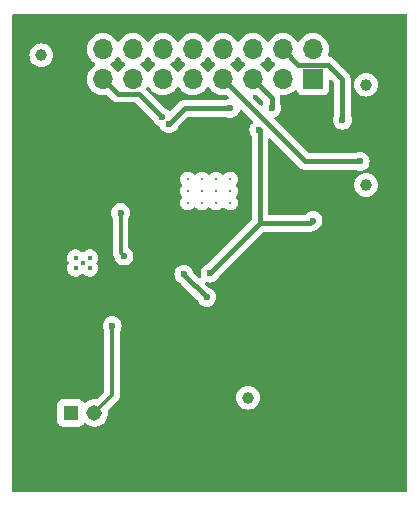
<source format=gbr>
%TF.GenerationSoftware,KiCad,Pcbnew,8.0.0*%
%TF.CreationDate,2024-03-24T23:23:49+02:00*%
%TF.ProjectId,Powersubsytem_GWNFRA001,506f7765-7273-4756-9273-7974656d5f47,rev?*%
%TF.SameCoordinates,Original*%
%TF.FileFunction,Copper,L2,Bot*%
%TF.FilePolarity,Positive*%
%FSLAX46Y46*%
G04 Gerber Fmt 4.6, Leading zero omitted, Abs format (unit mm)*
G04 Created by KiCad (PCBNEW 8.0.0) date 2024-03-24 23:23:49*
%MOMM*%
%LPD*%
G01*
G04 APERTURE LIST*
%TA.AperFunction,ComponentPad*%
%ADD10C,1.000000*%
%TD*%
%TA.AperFunction,ComponentPad*%
%ADD11C,0.400000*%
%TD*%
%TA.AperFunction,ComponentPad*%
%ADD12C,1.308000*%
%TD*%
%TA.AperFunction,ComponentPad*%
%ADD13R,1.308000X1.308000*%
%TD*%
%TA.AperFunction,ComponentPad*%
%ADD14C,0.300000*%
%TD*%
%TA.AperFunction,ComponentPad*%
%ADD15O,1.700000X1.700000*%
%TD*%
%TA.AperFunction,ComponentPad*%
%ADD16R,1.700000X1.700000*%
%TD*%
%TA.AperFunction,ViaPad*%
%ADD17C,0.600000*%
%TD*%
%TA.AperFunction,Conductor*%
%ADD18C,0.400000*%
%TD*%
%TA.AperFunction,Conductor*%
%ADD19C,0.300000*%
%TD*%
G04 APERTURE END LIST*
D10*
%TO.P,TP4,1,1*%
%TO.N,POSITIVE*%
X145500000Y-56000000D03*
%TD*%
%TO.P,TP3,1,1*%
%TO.N,5V*%
X128000000Y-27000000D03*
%TD*%
%TO.P,TP2,1,1*%
%TO.N,BATT_ADC*%
X155500000Y-29500000D03*
%TD*%
%TO.P,TP1,1,1*%
%TO.N,BATT*%
X155500000Y-38000000D03*
%TD*%
D11*
%TO.P,U2,16*%
%TO.N,N/C*%
X130900000Y-45050000D03*
%TO.P,U2,15*%
X130900000Y-44150000D03*
%TO.P,U2,14*%
X131500000Y-44600000D03*
%TO.P,U2,13*%
X132100000Y-45050000D03*
%TO.P,U2,12*%
X132100000Y-44150000D03*
%TD*%
D12*
%TO.P,J2,2,2*%
%TO.N,POSITIVE*%
X132500000Y-57287500D03*
D13*
%TO.P,J2,1,1*%
%TO.N,GND*%
X130500000Y-57287500D03*
%TD*%
D14*
%TO.P,U3,29*%
%TO.N,N/C*%
X140400000Y-39500000D03*
%TO.P,U3,28*%
X140400000Y-38500000D03*
%TO.P,U3,27*%
X140400000Y-37500000D03*
%TO.P,U3,26*%
X141600000Y-39500000D03*
%TO.P,U3,25*%
X141600000Y-38500000D03*
%TO.P,U3,24*%
X141600000Y-37500000D03*
%TO.P,U3,23*%
X142800000Y-39500000D03*
%TO.P,U3,22*%
X142800000Y-38500000D03*
%TO.P,U3,21*%
X142800000Y-37500000D03*
%TO.P,U3,20*%
X144000000Y-39500000D03*
%TO.P,U3,19*%
X144000000Y-38500000D03*
%TO.P,U3,18*%
X144000000Y-37500000D03*
%TD*%
D15*
%TO.P,J3,16,Pin_16*%
%TO.N,PWM4*%
X133220000Y-26500000D03*
%TO.P,J3,15,Pin_15*%
%TO.N,Motor1_B*%
X133220000Y-29040000D03*
%TO.P,J3,14,Pin_14*%
%TO.N,PWM3*%
X135760000Y-26500000D03*
%TO.P,J3,13,Pin_13*%
%TO.N,Motor1_A*%
X135760000Y-29040000D03*
%TO.P,J3,12,Pin_12*%
%TO.N,5V*%
X138300000Y-26500000D03*
%TO.P,J3,11,Pin_11*%
X138300000Y-29040000D03*
%TO.P,J3,10,Pin_10*%
%TO.N,BATT_ADC*%
X140840000Y-26500000D03*
%TO.P,J3,9,Pin_9*%
%TO.N,RESV*%
X140840000Y-29040000D03*
%TO.P,J3,8,Pin_8*%
%TO.N,BATT*%
X143380000Y-26500000D03*
%TO.P,J3,7,Pin_7*%
X143380000Y-29040000D03*
%TO.P,J3,6,Pin_6*%
%TO.N,GND*%
X145920000Y-26500000D03*
%TO.P,J3,5,Pin_5*%
X145920000Y-29040000D03*
%TO.P,J3,4,Pin_4*%
%TO.N,PWM2*%
X148460000Y-26500000D03*
%TO.P,J3,3,Pin_3*%
%TO.N,Motor2_B*%
X148460000Y-29040000D03*
%TO.P,J3,2,Pin_2*%
%TO.N,PWM1*%
X151000000Y-26500000D03*
D16*
%TO.P,J3,1,Pin_1*%
%TO.N,Motor2_A*%
X151000000Y-29040000D03*
%TD*%
D17*
%TO.N,GND*%
X134707680Y-40340000D03*
X151000000Y-41000000D03*
X135000000Y-44000000D03*
X147500000Y-31500000D03*
X146431142Y-33300000D03*
X142287482Y-45460922D03*
X144000000Y-31500000D03*
X138810662Y-32820712D03*
%TO.N,BATT*%
X140075000Y-45557483D03*
X142000000Y-47500000D03*
X155000000Y-36000000D03*
%TO.N,Motor1_B*%
X138244975Y-32255025D03*
%TO.N,PWM2*%
X153500000Y-32500000D03*
%TO.N,POSITIVE*%
X134000000Y-49900000D03*
%TD*%
D18*
%TO.N,GND*%
X146500000Y-33368858D02*
X146431142Y-33300000D01*
X142287482Y-45460922D02*
X146500000Y-41248404D01*
X150751596Y-41248404D02*
X151000000Y-41000000D01*
X147500000Y-30620000D02*
X145920000Y-29040000D01*
D19*
X134707680Y-40340000D02*
X134707680Y-43707680D01*
D18*
X146500000Y-41248404D02*
X150751596Y-41248404D01*
X147500000Y-31500000D02*
X147500000Y-30620000D01*
X138810662Y-32820712D02*
X140131374Y-31500000D01*
X140131374Y-31500000D02*
X144000000Y-31500000D01*
X146500000Y-41248404D02*
X146500000Y-33368858D01*
D19*
X134707680Y-43707680D02*
X135000000Y-44000000D01*
D18*
%TO.N,BATT*%
X140075000Y-45557483D02*
X140075000Y-45575000D01*
X150340000Y-36000000D02*
X143380000Y-29040000D01*
X150500000Y-36000000D02*
X150340000Y-36000000D01*
X155000000Y-36000000D02*
X150500000Y-36000000D01*
X140075000Y-45575000D02*
X142000000Y-47500000D01*
%TO.N,Motor1_B*%
X134470000Y-30290000D02*
X133220000Y-29040000D01*
X138244975Y-32255025D02*
X136279950Y-30290000D01*
X136279950Y-30290000D02*
X134470000Y-30290000D01*
%TO.N,PWM2*%
X153500000Y-32500000D02*
X153500000Y-29040000D01*
X153500000Y-29040000D02*
X152250000Y-27790000D01*
X152250000Y-27790000D02*
X149750000Y-27790000D01*
X149750000Y-27790000D02*
X148460000Y-26500000D01*
D19*
%TO.N,POSITIVE*%
X134000000Y-49900000D02*
X134000000Y-55787500D01*
X134000000Y-55787500D02*
X132500000Y-57287500D01*
%TD*%
%TA.AperFunction,NonConductor*%
G36*
X158942539Y-23520185D02*
G01*
X158988294Y-23572989D01*
X158999500Y-23624500D01*
X158999500Y-63875500D01*
X158979815Y-63942539D01*
X158927011Y-63988294D01*
X158875500Y-63999500D01*
X125624500Y-63999500D01*
X125557461Y-63979815D01*
X125511706Y-63927011D01*
X125500500Y-63875500D01*
X125500500Y-57989370D01*
X129345500Y-57989370D01*
X129345501Y-57989376D01*
X129351908Y-58048983D01*
X129402202Y-58183828D01*
X129402206Y-58183835D01*
X129488452Y-58299044D01*
X129488455Y-58299047D01*
X129603664Y-58385293D01*
X129603671Y-58385297D01*
X129738517Y-58435591D01*
X129738516Y-58435591D01*
X129745444Y-58436335D01*
X129798127Y-58442000D01*
X131201872Y-58441999D01*
X131261483Y-58435591D01*
X131396331Y-58385296D01*
X131511546Y-58299046D01*
X131585605Y-58200115D01*
X131641536Y-58158247D01*
X131711227Y-58153263D01*
X131768403Y-58182789D01*
X131801278Y-58212758D01*
X131801283Y-58212761D01*
X131801286Y-58212763D01*
X131983186Y-58325391D01*
X131983187Y-58325391D01*
X131983190Y-58325393D01*
X132182703Y-58402685D01*
X132393020Y-58442000D01*
X132393022Y-58442000D01*
X132606978Y-58442000D01*
X132606980Y-58442000D01*
X132817297Y-58402685D01*
X133016810Y-58325393D01*
X133198722Y-58212758D01*
X133356841Y-58068614D01*
X133485781Y-57897870D01*
X133581151Y-57706340D01*
X133581151Y-57706337D01*
X133581153Y-57706335D01*
X133639703Y-57500550D01*
X133639704Y-57500547D01*
X133659446Y-57287500D01*
X133659446Y-57287499D01*
X133644506Y-57126271D01*
X133657921Y-57057702D01*
X133680296Y-57027149D01*
X134505271Y-56202175D01*
X134505271Y-56202174D01*
X134505276Y-56202170D01*
X134551493Y-56133001D01*
X134576464Y-56095629D01*
X134576465Y-56095627D01*
X134616075Y-56000000D01*
X144494659Y-56000000D01*
X144513975Y-56196129D01*
X144513976Y-56196132D01*
X144564363Y-56362236D01*
X144571188Y-56384733D01*
X144664086Y-56558532D01*
X144664090Y-56558539D01*
X144789116Y-56710883D01*
X144941460Y-56835909D01*
X144941467Y-56835913D01*
X145115266Y-56928811D01*
X145115269Y-56928811D01*
X145115273Y-56928814D01*
X145303868Y-56986024D01*
X145500000Y-57005341D01*
X145696132Y-56986024D01*
X145884727Y-56928814D01*
X146058538Y-56835910D01*
X146210883Y-56710883D01*
X146335910Y-56558538D01*
X146425371Y-56391169D01*
X146428811Y-56384733D01*
X146428811Y-56384732D01*
X146428814Y-56384727D01*
X146486024Y-56196132D01*
X146505341Y-56000000D01*
X146486024Y-55803868D01*
X146428814Y-55615273D01*
X146428811Y-55615269D01*
X146428811Y-55615266D01*
X146335913Y-55441467D01*
X146335909Y-55441460D01*
X146210883Y-55289116D01*
X146058539Y-55164090D01*
X146058532Y-55164086D01*
X145884733Y-55071188D01*
X145884727Y-55071186D01*
X145696132Y-55013976D01*
X145696129Y-55013975D01*
X145500000Y-54994659D01*
X145303870Y-55013975D01*
X145115266Y-55071188D01*
X144941467Y-55164086D01*
X144941460Y-55164090D01*
X144789116Y-55289116D01*
X144664090Y-55441460D01*
X144664086Y-55441467D01*
X144571188Y-55615266D01*
X144513975Y-55803870D01*
X144494659Y-56000000D01*
X134616075Y-56000000D01*
X134625501Y-55977244D01*
X134635678Y-55926082D01*
X134650500Y-55851569D01*
X134650500Y-50405067D01*
X134669507Y-50339094D01*
X134725788Y-50249524D01*
X134785368Y-50079254D01*
X134785369Y-50079249D01*
X134805565Y-49900003D01*
X134805565Y-49899996D01*
X134785369Y-49720750D01*
X134785368Y-49720745D01*
X134725788Y-49550476D01*
X134629815Y-49397737D01*
X134502262Y-49270184D01*
X134349523Y-49174211D01*
X134179254Y-49114631D01*
X134179249Y-49114630D01*
X134000004Y-49094435D01*
X133999996Y-49094435D01*
X133820750Y-49114630D01*
X133820745Y-49114631D01*
X133650476Y-49174211D01*
X133497737Y-49270184D01*
X133370184Y-49397737D01*
X133274211Y-49550476D01*
X133214631Y-49720745D01*
X133214630Y-49720750D01*
X133194435Y-49899996D01*
X133194435Y-49900003D01*
X133214630Y-50079249D01*
X133214631Y-50079254D01*
X133274211Y-50249524D01*
X133330493Y-50339094D01*
X133349500Y-50405067D01*
X133349500Y-55466691D01*
X133329815Y-55533730D01*
X133313181Y-55554372D01*
X132760679Y-56106873D01*
X132699356Y-56140358D01*
X132650216Y-56141081D01*
X132606983Y-56133000D01*
X132606980Y-56133000D01*
X132393020Y-56133000D01*
X132182703Y-56172315D01*
X132105644Y-56202168D01*
X131983192Y-56249606D01*
X131983186Y-56249608D01*
X131801286Y-56362236D01*
X131801277Y-56362243D01*
X131768405Y-56392209D01*
X131705601Y-56422825D01*
X131636214Y-56414625D01*
X131585603Y-56374882D01*
X131511546Y-56275954D01*
X131488709Y-56258858D01*
X131396335Y-56189706D01*
X131396328Y-56189702D01*
X131261482Y-56139408D01*
X131261483Y-56139408D01*
X131201883Y-56133001D01*
X131201881Y-56133000D01*
X131201873Y-56133000D01*
X131201864Y-56133000D01*
X129798129Y-56133000D01*
X129798123Y-56133001D01*
X129738516Y-56139408D01*
X129603671Y-56189702D01*
X129603664Y-56189706D01*
X129488455Y-56275952D01*
X129488452Y-56275955D01*
X129402206Y-56391164D01*
X129402202Y-56391171D01*
X129351908Y-56526017D01*
X129345501Y-56585616D01*
X129345500Y-56585635D01*
X129345500Y-57989370D01*
X125500500Y-57989370D01*
X125500500Y-45050000D01*
X130194355Y-45050000D01*
X130214859Y-45218869D01*
X130214860Y-45218874D01*
X130275182Y-45377931D01*
X130299999Y-45413884D01*
X130371817Y-45517929D01*
X130477505Y-45611560D01*
X130499150Y-45630736D01*
X130593442Y-45680224D01*
X130649775Y-45709790D01*
X130814944Y-45750500D01*
X130985056Y-45750500D01*
X131150225Y-45709790D01*
X131300852Y-45630734D01*
X131417774Y-45527150D01*
X131481006Y-45497429D01*
X131550269Y-45506613D01*
X131582225Y-45527149D01*
X131616468Y-45557486D01*
X131699147Y-45630733D01*
X131699149Y-45630735D01*
X131755309Y-45660210D01*
X131849775Y-45709790D01*
X132014944Y-45750500D01*
X132185056Y-45750500D01*
X132350225Y-45709790D01*
X132444691Y-45660210D01*
X132500849Y-45630736D01*
X132500850Y-45630734D01*
X132500852Y-45630734D01*
X132628183Y-45517929D01*
X132724818Y-45377930D01*
X132785140Y-45218872D01*
X132805645Y-45050000D01*
X132785140Y-44881128D01*
X132724818Y-44722070D01*
X132724816Y-44722068D01*
X132724816Y-44722066D01*
X132724815Y-44722065D01*
X132689181Y-44670441D01*
X132667297Y-44604087D01*
X132684762Y-44536435D01*
X132689181Y-44529559D01*
X132724815Y-44477934D01*
X132724816Y-44477933D01*
X132724817Y-44477931D01*
X132724818Y-44477930D01*
X132785140Y-44318872D01*
X132805645Y-44150000D01*
X132785140Y-43981128D01*
X132724818Y-43822070D01*
X132723903Y-43820745D01*
X132690084Y-43771749D01*
X132628183Y-43682071D01*
X132500852Y-43569266D01*
X132500849Y-43569263D01*
X132350226Y-43490210D01*
X132185056Y-43449500D01*
X132014944Y-43449500D01*
X131849773Y-43490210D01*
X131699150Y-43569263D01*
X131582227Y-43672849D01*
X131518994Y-43702570D01*
X131449730Y-43693386D01*
X131417773Y-43672849D01*
X131392521Y-43650478D01*
X131300852Y-43569266D01*
X131300849Y-43569263D01*
X131150226Y-43490210D01*
X130985056Y-43449500D01*
X130814944Y-43449500D01*
X130649773Y-43490210D01*
X130499150Y-43569263D01*
X130371816Y-43682072D01*
X130275182Y-43822068D01*
X130214860Y-43981125D01*
X130214859Y-43981130D01*
X130194355Y-44150000D01*
X130214859Y-44318869D01*
X130214860Y-44318874D01*
X130275182Y-44477931D01*
X130275185Y-44477936D01*
X130310819Y-44529561D01*
X130332702Y-44595915D01*
X130315236Y-44663567D01*
X130310819Y-44670439D01*
X130275185Y-44722063D01*
X130275182Y-44722068D01*
X130214860Y-44881125D01*
X130214859Y-44881130D01*
X130194355Y-45050000D01*
X125500500Y-45050000D01*
X125500500Y-40340003D01*
X133902115Y-40340003D01*
X133922310Y-40519249D01*
X133922311Y-40519254D01*
X133981891Y-40689524D01*
X134038173Y-40779094D01*
X134057180Y-40845067D01*
X134057180Y-43771749D01*
X134057180Y-43771751D01*
X134057179Y-43771751D01*
X134082177Y-43897418D01*
X134082179Y-43897424D01*
X134131214Y-44015806D01*
X134131215Y-44015807D01*
X134192657Y-44107763D01*
X134212774Y-44162765D01*
X134214631Y-44179252D01*
X134214632Y-44179255D01*
X134274210Y-44349521D01*
X134354895Y-44477930D01*
X134370184Y-44502262D01*
X134497738Y-44629816D01*
X134650478Y-44725789D01*
X134782867Y-44772114D01*
X134820745Y-44785368D01*
X134820750Y-44785369D01*
X134999996Y-44805565D01*
X135000000Y-44805565D01*
X135000004Y-44805565D01*
X135179249Y-44785369D01*
X135179252Y-44785368D01*
X135179255Y-44785368D01*
X135349522Y-44725789D01*
X135502262Y-44629816D01*
X135629816Y-44502262D01*
X135725789Y-44349522D01*
X135785368Y-44179255D01*
X135787226Y-44162765D01*
X135805565Y-44000003D01*
X135805565Y-43999996D01*
X135785369Y-43820750D01*
X135785368Y-43820745D01*
X135768224Y-43771751D01*
X135725789Y-43650478D01*
X135629816Y-43497738D01*
X135502262Y-43370184D01*
X135502260Y-43370182D01*
X135416207Y-43316111D01*
X135369917Y-43263776D01*
X135358180Y-43211118D01*
X135358180Y-40845067D01*
X135377187Y-40779094D01*
X135433468Y-40689524D01*
X135447131Y-40650478D01*
X135493048Y-40519255D01*
X135493049Y-40519249D01*
X135513245Y-40340003D01*
X135513245Y-40339996D01*
X135493049Y-40160750D01*
X135493048Y-40160745D01*
X135450547Y-40039284D01*
X135433469Y-39990478D01*
X135337496Y-39837738D01*
X135209942Y-39710184D01*
X135125011Y-39656818D01*
X135057203Y-39614211D01*
X134886934Y-39554631D01*
X134886929Y-39554630D01*
X134707684Y-39534435D01*
X134707676Y-39534435D01*
X134528430Y-39554630D01*
X134528425Y-39554631D01*
X134358156Y-39614211D01*
X134205417Y-39710184D01*
X134077864Y-39837737D01*
X133981891Y-39990476D01*
X133922311Y-40160745D01*
X133922310Y-40160750D01*
X133902115Y-40339996D01*
X133902115Y-40340003D01*
X125500500Y-40340003D01*
X125500500Y-39500000D01*
X139744722Y-39500000D01*
X139763762Y-39656818D01*
X139800000Y-39752367D01*
X139819780Y-39804523D01*
X139909517Y-39934530D01*
X140027760Y-40039283D01*
X140027762Y-40039284D01*
X140167634Y-40112696D01*
X140321014Y-40150500D01*
X140321015Y-40150500D01*
X140478985Y-40150500D01*
X140632365Y-40112696D01*
X140772240Y-40039283D01*
X140890483Y-39934530D01*
X140897950Y-39923711D01*
X140952233Y-39879722D01*
X141021681Y-39872062D01*
X141084246Y-39903165D01*
X141102049Y-39923711D01*
X141109517Y-39934530D01*
X141227760Y-40039283D01*
X141227762Y-40039284D01*
X141367634Y-40112696D01*
X141521014Y-40150500D01*
X141521015Y-40150500D01*
X141678985Y-40150500D01*
X141832365Y-40112696D01*
X141972240Y-40039283D01*
X142090483Y-39934530D01*
X142097950Y-39923711D01*
X142152233Y-39879722D01*
X142221681Y-39872062D01*
X142284246Y-39903165D01*
X142302049Y-39923711D01*
X142309517Y-39934530D01*
X142427760Y-40039283D01*
X142427762Y-40039284D01*
X142567634Y-40112696D01*
X142721014Y-40150500D01*
X142721015Y-40150500D01*
X142878985Y-40150500D01*
X143032365Y-40112696D01*
X143172240Y-40039283D01*
X143290483Y-39934530D01*
X143297950Y-39923711D01*
X143352233Y-39879722D01*
X143421681Y-39872062D01*
X143484246Y-39903165D01*
X143502049Y-39923711D01*
X143509517Y-39934530D01*
X143627760Y-40039283D01*
X143627762Y-40039284D01*
X143767634Y-40112696D01*
X143921014Y-40150500D01*
X143921015Y-40150500D01*
X144078985Y-40150500D01*
X144232365Y-40112696D01*
X144372240Y-40039283D01*
X144490483Y-39934530D01*
X144580220Y-39804523D01*
X144636237Y-39656818D01*
X144655278Y-39500000D01*
X144636237Y-39343182D01*
X144580220Y-39195477D01*
X144493912Y-39070438D01*
X144472030Y-39004086D01*
X144489495Y-38936434D01*
X144493905Y-38929571D01*
X144580220Y-38804523D01*
X144636237Y-38656818D01*
X144655278Y-38500000D01*
X144641282Y-38384727D01*
X144636237Y-38343181D01*
X144614992Y-38287164D01*
X144580220Y-38195477D01*
X144493912Y-38070438D01*
X144472030Y-38004086D01*
X144489495Y-37936434D01*
X144493905Y-37929571D01*
X144580220Y-37804523D01*
X144636237Y-37656818D01*
X144655278Y-37500000D01*
X144636237Y-37343182D01*
X144580220Y-37195477D01*
X144490483Y-37065470D01*
X144372240Y-36960717D01*
X144372238Y-36960716D01*
X144372237Y-36960715D01*
X144232365Y-36887303D01*
X144078986Y-36849500D01*
X144078985Y-36849500D01*
X143921015Y-36849500D01*
X143921014Y-36849500D01*
X143767634Y-36887303D01*
X143627762Y-36960715D01*
X143509515Y-37065471D01*
X143502048Y-37076290D01*
X143447764Y-37120279D01*
X143378315Y-37127936D01*
X143315751Y-37096831D01*
X143297952Y-37076290D01*
X143290484Y-37065471D01*
X143290483Y-37065470D01*
X143172240Y-36960717D01*
X143172238Y-36960716D01*
X143172237Y-36960715D01*
X143032365Y-36887303D01*
X142878986Y-36849500D01*
X142878985Y-36849500D01*
X142721015Y-36849500D01*
X142721014Y-36849500D01*
X142567634Y-36887303D01*
X142427762Y-36960715D01*
X142309515Y-37065471D01*
X142302048Y-37076290D01*
X142247764Y-37120279D01*
X142178315Y-37127936D01*
X142115751Y-37096831D01*
X142097952Y-37076290D01*
X142090484Y-37065471D01*
X142090483Y-37065470D01*
X141972240Y-36960717D01*
X141972238Y-36960716D01*
X141972237Y-36960715D01*
X141832365Y-36887303D01*
X141678986Y-36849500D01*
X141678985Y-36849500D01*
X141521015Y-36849500D01*
X141521014Y-36849500D01*
X141367634Y-36887303D01*
X141227762Y-36960715D01*
X141109515Y-37065471D01*
X141102048Y-37076290D01*
X141047764Y-37120279D01*
X140978315Y-37127936D01*
X140915751Y-37096831D01*
X140897952Y-37076290D01*
X140890484Y-37065471D01*
X140890483Y-37065470D01*
X140772240Y-36960717D01*
X140772238Y-36960716D01*
X140772237Y-36960715D01*
X140632365Y-36887303D01*
X140478986Y-36849500D01*
X140478985Y-36849500D01*
X140321015Y-36849500D01*
X140321014Y-36849500D01*
X140167634Y-36887303D01*
X140027762Y-36960715D01*
X139909516Y-37065471D01*
X139819781Y-37195475D01*
X139819780Y-37195476D01*
X139763762Y-37343181D01*
X139744722Y-37499999D01*
X139744722Y-37500000D01*
X139763762Y-37656818D01*
X139819780Y-37804523D01*
X139819781Y-37804524D01*
X139906086Y-37929560D01*
X139927969Y-37995915D01*
X139910503Y-38063566D01*
X139906086Y-38070440D01*
X139819781Y-38195475D01*
X139819780Y-38195476D01*
X139763762Y-38343181D01*
X139744722Y-38499999D01*
X139744722Y-38500000D01*
X139763762Y-38656818D01*
X139819780Y-38804523D01*
X139819781Y-38804524D01*
X139906086Y-38929560D01*
X139927969Y-38995915D01*
X139910503Y-39063566D01*
X139906086Y-39070440D01*
X139819781Y-39195475D01*
X139819780Y-39195476D01*
X139763762Y-39343181D01*
X139744722Y-39499999D01*
X139744722Y-39500000D01*
X125500500Y-39500000D01*
X125500500Y-29040000D01*
X131864341Y-29040000D01*
X131884936Y-29275403D01*
X131884938Y-29275413D01*
X131946094Y-29503655D01*
X131946096Y-29503659D01*
X131946097Y-29503663D01*
X131950000Y-29512032D01*
X132045965Y-29717830D01*
X132045967Y-29717834D01*
X132102771Y-29798958D01*
X132181505Y-29911401D01*
X132348599Y-30078495D01*
X132445384Y-30146265D01*
X132542165Y-30214032D01*
X132542167Y-30214033D01*
X132542170Y-30214035D01*
X132756337Y-30313903D01*
X132984592Y-30375063D01*
X133161034Y-30390500D01*
X133219999Y-30395659D01*
X133220000Y-30395659D01*
X133220001Y-30395659D01*
X133278966Y-30390500D01*
X133455408Y-30375063D01*
X133472216Y-30370559D01*
X133542064Y-30372218D01*
X133591994Y-30402651D01*
X134023453Y-30834111D01*
X134023454Y-30834112D01*
X134138192Y-30910777D01*
X134260694Y-30961518D01*
X134265672Y-30963580D01*
X134265676Y-30963580D01*
X134265677Y-30963581D01*
X134401003Y-30990500D01*
X134401006Y-30990500D01*
X134401007Y-30990500D01*
X135938431Y-30990500D01*
X136005470Y-31010185D01*
X136026112Y-31026819D01*
X137453605Y-32454312D01*
X137482965Y-32501038D01*
X137519184Y-32604544D01*
X137566124Y-32679249D01*
X137615159Y-32757287D01*
X137742713Y-32884841D01*
X137847174Y-32950478D01*
X137895453Y-32980814D01*
X137979407Y-33010191D01*
X138036184Y-33050913D01*
X138055494Y-33086277D01*
X138084873Y-33170235D01*
X138084874Y-33170236D01*
X138157217Y-33285369D01*
X138180846Y-33322974D01*
X138308400Y-33450528D01*
X138461140Y-33546501D01*
X138631407Y-33606080D01*
X138631412Y-33606081D01*
X138810658Y-33626277D01*
X138810662Y-33626277D01*
X138810666Y-33626277D01*
X138989911Y-33606081D01*
X138989914Y-33606080D01*
X138989917Y-33606080D01*
X139160184Y-33546501D01*
X139312924Y-33450528D01*
X139440478Y-33322974D01*
X139536451Y-33170234D01*
X139572669Y-33066725D01*
X139602027Y-33020002D01*
X140385212Y-32236819D01*
X140446535Y-32203334D01*
X140472893Y-32200500D01*
X143574506Y-32200500D01*
X143640477Y-32219506D01*
X143650474Y-32225787D01*
X143650475Y-32225787D01*
X143650478Y-32225789D01*
X143820745Y-32285368D01*
X143820750Y-32285369D01*
X143999996Y-32305565D01*
X144000000Y-32305565D01*
X144000004Y-32305565D01*
X144179249Y-32285369D01*
X144179252Y-32285368D01*
X144179255Y-32285368D01*
X144349522Y-32225789D01*
X144502262Y-32129816D01*
X144629816Y-32002262D01*
X144725789Y-31849522D01*
X144783238Y-31685341D01*
X144823959Y-31628567D01*
X144888911Y-31602819D01*
X144957473Y-31616275D01*
X144987959Y-31638615D01*
X145459573Y-32110230D01*
X145886522Y-32537179D01*
X145920007Y-32598502D01*
X145915023Y-32668194D01*
X145886523Y-32712541D01*
X145801325Y-32797739D01*
X145705353Y-32950476D01*
X145645773Y-33120745D01*
X145645772Y-33120750D01*
X145625577Y-33299996D01*
X145625577Y-33300003D01*
X145645772Y-33479249D01*
X145645773Y-33479254D01*
X145705353Y-33649524D01*
X145780493Y-33769106D01*
X145799500Y-33835079D01*
X145799500Y-40906884D01*
X145779815Y-40973923D01*
X145763181Y-40994565D01*
X142088191Y-44669554D01*
X142041466Y-44698914D01*
X141937958Y-44735133D01*
X141937957Y-44735134D01*
X141785219Y-44831106D01*
X141657666Y-44958659D01*
X141561693Y-45111398D01*
X141502113Y-45281667D01*
X141502112Y-45281672D01*
X141481917Y-45460918D01*
X141481917Y-45460925D01*
X141502112Y-45640171D01*
X141502114Y-45640179D01*
X141522525Y-45698510D01*
X141526086Y-45768289D01*
X141491357Y-45828916D01*
X141429364Y-45861143D01*
X141359788Y-45854737D01*
X141317802Y-45827145D01*
X140875796Y-45385139D01*
X140846435Y-45338412D01*
X140826579Y-45281667D01*
X140800789Y-45207961D01*
X140704816Y-45055221D01*
X140577262Y-44927667D01*
X140503191Y-44881125D01*
X140424523Y-44831694D01*
X140254254Y-44772114D01*
X140254249Y-44772113D01*
X140075004Y-44751918D01*
X140074996Y-44751918D01*
X139895750Y-44772113D01*
X139895745Y-44772114D01*
X139725476Y-44831694D01*
X139572737Y-44927667D01*
X139445184Y-45055220D01*
X139349211Y-45207959D01*
X139289631Y-45378228D01*
X139289630Y-45378233D01*
X139269435Y-45557479D01*
X139269435Y-45557486D01*
X139289630Y-45736732D01*
X139289631Y-45736737D01*
X139349211Y-45907006D01*
X139445184Y-46059745D01*
X139572738Y-46187299D01*
X139725478Y-46283272D01*
X139802039Y-46310061D01*
X139848765Y-46339422D01*
X141208630Y-47699287D01*
X141237990Y-47746013D01*
X141274209Y-47849519D01*
X141274211Y-47849522D01*
X141370184Y-48002262D01*
X141497738Y-48129816D01*
X141650478Y-48225789D01*
X141820745Y-48285368D01*
X141820750Y-48285369D01*
X141999996Y-48305565D01*
X142000000Y-48305565D01*
X142000004Y-48305565D01*
X142179249Y-48285369D01*
X142179252Y-48285368D01*
X142179255Y-48285368D01*
X142349522Y-48225789D01*
X142502262Y-48129816D01*
X142629816Y-48002262D01*
X142725789Y-47849522D01*
X142785368Y-47679255D01*
X142805565Y-47500000D01*
X142785368Y-47320745D01*
X142725789Y-47150478D01*
X142629816Y-46997738D01*
X142502262Y-46870184D01*
X142349522Y-46774211D01*
X142349519Y-46774209D01*
X142246013Y-46737990D01*
X142199287Y-46708630D01*
X141921258Y-46430601D01*
X141887773Y-46369278D01*
X141892757Y-46299586D01*
X141934629Y-46243653D01*
X142000093Y-46219236D01*
X142049894Y-46225879D01*
X142108219Y-46246288D01*
X142108225Y-46246289D01*
X142108227Y-46246290D01*
X142108228Y-46246290D01*
X142108232Y-46246291D01*
X142287478Y-46266487D01*
X142287482Y-46266487D01*
X142287486Y-46266487D01*
X142466731Y-46246291D01*
X142466734Y-46246290D01*
X142466737Y-46246290D01*
X142637004Y-46186711D01*
X142789744Y-46090738D01*
X142917298Y-45963184D01*
X143013271Y-45810444D01*
X143049489Y-45706935D01*
X143078847Y-45660212D01*
X146753838Y-41985223D01*
X146815161Y-41951738D01*
X146841519Y-41948904D01*
X150820592Y-41948904D01*
X150911636Y-41930793D01*
X150955924Y-41921984D01*
X151019665Y-41895581D01*
X151083403Y-41869181D01*
X151083404Y-41869180D01*
X151083407Y-41869179D01*
X151198139Y-41792518D01*
X151199283Y-41791373D01*
X151200349Y-41790703D01*
X151202843Y-41788657D01*
X151203102Y-41788973D01*
X151246016Y-41762006D01*
X151349522Y-41725789D01*
X151502262Y-41629816D01*
X151629816Y-41502262D01*
X151725789Y-41349522D01*
X151785368Y-41179255D01*
X151805565Y-41000000D01*
X151795073Y-40906884D01*
X151785369Y-40820750D01*
X151785368Y-40820745D01*
X151725788Y-40650476D01*
X151657224Y-40541358D01*
X151629816Y-40497738D01*
X151502262Y-40370184D01*
X151349523Y-40274211D01*
X151179254Y-40214631D01*
X151179249Y-40214630D01*
X151000004Y-40194435D01*
X150999996Y-40194435D01*
X150820750Y-40214630D01*
X150820745Y-40214631D01*
X150650476Y-40274211D01*
X150497737Y-40370184D01*
X150370185Y-40497736D01*
X150367409Y-40501218D01*
X150310221Y-40541358D01*
X150270463Y-40547904D01*
X147324500Y-40547904D01*
X147257461Y-40528219D01*
X147211706Y-40475415D01*
X147200500Y-40423904D01*
X147200500Y-38000000D01*
X154494659Y-38000000D01*
X154513975Y-38196129D01*
X154513976Y-38196132D01*
X154558583Y-38343182D01*
X154571188Y-38384733D01*
X154664086Y-38558532D01*
X154664090Y-38558539D01*
X154789116Y-38710883D01*
X154941460Y-38835909D01*
X154941467Y-38835913D01*
X155115266Y-38928811D01*
X155115269Y-38928811D01*
X155115273Y-38928814D01*
X155303868Y-38986024D01*
X155500000Y-39005341D01*
X155696132Y-38986024D01*
X155884727Y-38928814D01*
X156058538Y-38835910D01*
X156210883Y-38710883D01*
X156335910Y-38558538D01*
X156428814Y-38384727D01*
X156486024Y-38196132D01*
X156505341Y-38000000D01*
X156486024Y-37803868D01*
X156428814Y-37615273D01*
X156428811Y-37615269D01*
X156428811Y-37615266D01*
X156335913Y-37441467D01*
X156335909Y-37441460D01*
X156210883Y-37289116D01*
X156058539Y-37164090D01*
X156058532Y-37164086D01*
X155884733Y-37071188D01*
X155884727Y-37071186D01*
X155696132Y-37013976D01*
X155696129Y-37013975D01*
X155500000Y-36994659D01*
X155303870Y-37013975D01*
X155115266Y-37071188D01*
X154941467Y-37164086D01*
X154941460Y-37164090D01*
X154789116Y-37289116D01*
X154664090Y-37441460D01*
X154664086Y-37441467D01*
X154571188Y-37615266D01*
X154513975Y-37803870D01*
X154494659Y-38000000D01*
X147200500Y-38000000D01*
X147200500Y-34150518D01*
X147220185Y-34083479D01*
X147272989Y-34037724D01*
X147342147Y-34027780D01*
X147405703Y-34056805D01*
X147412181Y-34062837D01*
X149795886Y-36446542D01*
X149851606Y-36502262D01*
X149893459Y-36544115D01*
X150008182Y-36620771D01*
X150008189Y-36620775D01*
X150079951Y-36650499D01*
X150079953Y-36650501D01*
X150135666Y-36673578D01*
X150135671Y-36673580D01*
X150135680Y-36673581D01*
X150135681Y-36673582D01*
X150162545Y-36678925D01*
X150162551Y-36678926D01*
X150162591Y-36678934D01*
X150252937Y-36696905D01*
X150271006Y-36700500D01*
X150271007Y-36700500D01*
X150431007Y-36700500D01*
X154574506Y-36700500D01*
X154640477Y-36719506D01*
X154650474Y-36725787D01*
X154650475Y-36725787D01*
X154650478Y-36725789D01*
X154820745Y-36785368D01*
X154820750Y-36785369D01*
X154999996Y-36805565D01*
X155000000Y-36805565D01*
X155000004Y-36805565D01*
X155179249Y-36785369D01*
X155179252Y-36785368D01*
X155179255Y-36785368D01*
X155349522Y-36725789D01*
X155502262Y-36629816D01*
X155629816Y-36502262D01*
X155725789Y-36349522D01*
X155785368Y-36179255D01*
X155805565Y-36000000D01*
X155785368Y-35820745D01*
X155725789Y-35650478D01*
X155629816Y-35497738D01*
X155502262Y-35370184D01*
X155349523Y-35274211D01*
X155179254Y-35214631D01*
X155179249Y-35214630D01*
X155000004Y-35194435D01*
X154999996Y-35194435D01*
X154820750Y-35214630D01*
X154820745Y-35214631D01*
X154650474Y-35274212D01*
X154640477Y-35280494D01*
X154574506Y-35299500D01*
X150681518Y-35299500D01*
X150614479Y-35279815D01*
X150593837Y-35263181D01*
X147771959Y-32441302D01*
X147738474Y-32379979D01*
X147743458Y-32310287D01*
X147785330Y-32254354D01*
X147818686Y-32236579D01*
X147820110Y-32236080D01*
X147849522Y-32225789D01*
X148002262Y-32129816D01*
X148129816Y-32002262D01*
X148225789Y-31849522D01*
X148285368Y-31679255D01*
X148285369Y-31679249D01*
X148305565Y-31500003D01*
X148305565Y-31499996D01*
X148285369Y-31320750D01*
X148285366Y-31320737D01*
X148225790Y-31150479D01*
X148219506Y-31140478D01*
X148200500Y-31074507D01*
X148200500Y-30551007D01*
X148196705Y-30531929D01*
X148202931Y-30462339D01*
X148245793Y-30407161D01*
X148311682Y-30383915D01*
X148329128Y-30384208D01*
X148373191Y-30388064D01*
X148459999Y-30395659D01*
X148460000Y-30395659D01*
X148460001Y-30395659D01*
X148518966Y-30390500D01*
X148695408Y-30375063D01*
X148923663Y-30313903D01*
X149137830Y-30214035D01*
X149331401Y-30078495D01*
X149453329Y-29956566D01*
X149514648Y-29923084D01*
X149584340Y-29928068D01*
X149640274Y-29969939D01*
X149657189Y-30000917D01*
X149706202Y-30132328D01*
X149706206Y-30132335D01*
X149792452Y-30247544D01*
X149792455Y-30247547D01*
X149907664Y-30333793D01*
X149907671Y-30333797D01*
X150042517Y-30384091D01*
X150042516Y-30384091D01*
X150049444Y-30384835D01*
X150102127Y-30390500D01*
X151897872Y-30390499D01*
X151957483Y-30384091D01*
X152092331Y-30333796D01*
X152207546Y-30247546D01*
X152293796Y-30132331D01*
X152344091Y-29997483D01*
X152350500Y-29937873D01*
X152350499Y-29180517D01*
X152370183Y-29113479D01*
X152422987Y-29067724D01*
X152492146Y-29057780D01*
X152555702Y-29086805D01*
X152562180Y-29092837D01*
X152763181Y-29293838D01*
X152796666Y-29355161D01*
X152799500Y-29381519D01*
X152799500Y-32074507D01*
X152780494Y-32140478D01*
X152774209Y-32150479D01*
X152714633Y-32320737D01*
X152714630Y-32320750D01*
X152694435Y-32499996D01*
X152694435Y-32500003D01*
X152714630Y-32679249D01*
X152714631Y-32679254D01*
X152774211Y-32849523D01*
X152837646Y-32950478D01*
X152870184Y-33002262D01*
X152997738Y-33129816D01*
X153150478Y-33225789D01*
X153320745Y-33285368D01*
X153320750Y-33285369D01*
X153499996Y-33305565D01*
X153500000Y-33305565D01*
X153500004Y-33305565D01*
X153679249Y-33285369D01*
X153679252Y-33285368D01*
X153679255Y-33285368D01*
X153849522Y-33225789D01*
X154002262Y-33129816D01*
X154129816Y-33002262D01*
X154225789Y-32849522D01*
X154285368Y-32679255D01*
X154286390Y-32670184D01*
X154305565Y-32500003D01*
X154305565Y-32499996D01*
X154285369Y-32320750D01*
X154285366Y-32320737D01*
X154225790Y-32150479D01*
X154219506Y-32140478D01*
X154200500Y-32074507D01*
X154200500Y-29500000D01*
X154494659Y-29500000D01*
X154513975Y-29696129D01*
X154571188Y-29884733D01*
X154664086Y-30058532D01*
X154664090Y-30058539D01*
X154789116Y-30210883D01*
X154941460Y-30335909D01*
X154941467Y-30335913D01*
X155115266Y-30428811D01*
X155115269Y-30428811D01*
X155115273Y-30428814D01*
X155303868Y-30486024D01*
X155500000Y-30505341D01*
X155696132Y-30486024D01*
X155884727Y-30428814D01*
X155933675Y-30402651D01*
X155990609Y-30372219D01*
X156058538Y-30335910D01*
X156210883Y-30210883D01*
X156335910Y-30058538D01*
X156400412Y-29937864D01*
X156428811Y-29884733D01*
X156428811Y-29884732D01*
X156428814Y-29884727D01*
X156486024Y-29696132D01*
X156505341Y-29500000D01*
X156486024Y-29303868D01*
X156428814Y-29115273D01*
X156428811Y-29115269D01*
X156428811Y-29115266D01*
X156335913Y-28941467D01*
X156335909Y-28941460D01*
X156210883Y-28789116D01*
X156058539Y-28664090D01*
X156058532Y-28664086D01*
X155884733Y-28571188D01*
X155884727Y-28571186D01*
X155696132Y-28513976D01*
X155696129Y-28513975D01*
X155500000Y-28494659D01*
X155303870Y-28513975D01*
X155115266Y-28571188D01*
X154941467Y-28664086D01*
X154941460Y-28664090D01*
X154789116Y-28789116D01*
X154664090Y-28941460D01*
X154664086Y-28941467D01*
X154571188Y-29115266D01*
X154513975Y-29303870D01*
X154494659Y-29500000D01*
X154200500Y-29500000D01*
X154200500Y-28971007D01*
X154194622Y-28941459D01*
X154173580Y-28835672D01*
X154160708Y-28804596D01*
X154120777Y-28708192D01*
X154044112Y-28593454D01*
X152696545Y-27245887D01*
X152581807Y-27169222D01*
X152454332Y-27116421D01*
X152454322Y-27116418D01*
X152374021Y-27100445D01*
X152312110Y-27068060D01*
X152277536Y-27007344D01*
X152278437Y-26946738D01*
X152335063Y-26735408D01*
X152355659Y-26500000D01*
X152335063Y-26264592D01*
X152273903Y-26036337D01*
X152174035Y-25822171D01*
X152168425Y-25814158D01*
X152038494Y-25628597D01*
X151871402Y-25461506D01*
X151871395Y-25461501D01*
X151677834Y-25325967D01*
X151677830Y-25325965D01*
X151677828Y-25325964D01*
X151463663Y-25226097D01*
X151463659Y-25226096D01*
X151463655Y-25226094D01*
X151235413Y-25164938D01*
X151235403Y-25164936D01*
X151000001Y-25144341D01*
X150999999Y-25144341D01*
X150764596Y-25164936D01*
X150764586Y-25164938D01*
X150536344Y-25226094D01*
X150536335Y-25226098D01*
X150322171Y-25325964D01*
X150322169Y-25325965D01*
X150128597Y-25461505D01*
X149961505Y-25628597D01*
X149831575Y-25814158D01*
X149776998Y-25857783D01*
X149707500Y-25864977D01*
X149645145Y-25833454D01*
X149628425Y-25814158D01*
X149498494Y-25628597D01*
X149331402Y-25461506D01*
X149331395Y-25461501D01*
X149137834Y-25325967D01*
X149137830Y-25325965D01*
X149137828Y-25325964D01*
X148923663Y-25226097D01*
X148923659Y-25226096D01*
X148923655Y-25226094D01*
X148695413Y-25164938D01*
X148695403Y-25164936D01*
X148460001Y-25144341D01*
X148459999Y-25144341D01*
X148224596Y-25164936D01*
X148224586Y-25164938D01*
X147996344Y-25226094D01*
X147996335Y-25226098D01*
X147782171Y-25325964D01*
X147782169Y-25325965D01*
X147588597Y-25461505D01*
X147421505Y-25628597D01*
X147291575Y-25814158D01*
X147236998Y-25857783D01*
X147167500Y-25864977D01*
X147105145Y-25833454D01*
X147088425Y-25814158D01*
X146958494Y-25628597D01*
X146791402Y-25461506D01*
X146791395Y-25461501D01*
X146597834Y-25325967D01*
X146597830Y-25325965D01*
X146597828Y-25325964D01*
X146383663Y-25226097D01*
X146383659Y-25226096D01*
X146383655Y-25226094D01*
X146155413Y-25164938D01*
X146155403Y-25164936D01*
X145920001Y-25144341D01*
X145919999Y-25144341D01*
X145684596Y-25164936D01*
X145684586Y-25164938D01*
X145456344Y-25226094D01*
X145456335Y-25226098D01*
X145242171Y-25325964D01*
X145242169Y-25325965D01*
X145048597Y-25461505D01*
X144881505Y-25628597D01*
X144751575Y-25814158D01*
X144696998Y-25857783D01*
X144627500Y-25864977D01*
X144565145Y-25833454D01*
X144548425Y-25814158D01*
X144418494Y-25628597D01*
X144251402Y-25461506D01*
X144251395Y-25461501D01*
X144057834Y-25325967D01*
X144057830Y-25325965D01*
X144057828Y-25325964D01*
X143843663Y-25226097D01*
X143843659Y-25226096D01*
X143843655Y-25226094D01*
X143615413Y-25164938D01*
X143615403Y-25164936D01*
X143380001Y-25144341D01*
X143379999Y-25144341D01*
X143144596Y-25164936D01*
X143144586Y-25164938D01*
X142916344Y-25226094D01*
X142916335Y-25226098D01*
X142702171Y-25325964D01*
X142702169Y-25325965D01*
X142508597Y-25461505D01*
X142341505Y-25628597D01*
X142211575Y-25814158D01*
X142156998Y-25857783D01*
X142087500Y-25864977D01*
X142025145Y-25833454D01*
X142008425Y-25814158D01*
X141878494Y-25628597D01*
X141711402Y-25461506D01*
X141711395Y-25461501D01*
X141517834Y-25325967D01*
X141517830Y-25325965D01*
X141517828Y-25325964D01*
X141303663Y-25226097D01*
X141303659Y-25226096D01*
X141303655Y-25226094D01*
X141075413Y-25164938D01*
X141075403Y-25164936D01*
X140840001Y-25144341D01*
X140839999Y-25144341D01*
X140604596Y-25164936D01*
X140604586Y-25164938D01*
X140376344Y-25226094D01*
X140376335Y-25226098D01*
X140162171Y-25325964D01*
X140162169Y-25325965D01*
X139968597Y-25461505D01*
X139801505Y-25628597D01*
X139671575Y-25814158D01*
X139616998Y-25857783D01*
X139547500Y-25864977D01*
X139485145Y-25833454D01*
X139468425Y-25814158D01*
X139338494Y-25628597D01*
X139171402Y-25461506D01*
X139171395Y-25461501D01*
X138977834Y-25325967D01*
X138977830Y-25325965D01*
X138977828Y-25325964D01*
X138763663Y-25226097D01*
X138763659Y-25226096D01*
X138763655Y-25226094D01*
X138535413Y-25164938D01*
X138535403Y-25164936D01*
X138300001Y-25144341D01*
X138299999Y-25144341D01*
X138064596Y-25164936D01*
X138064586Y-25164938D01*
X137836344Y-25226094D01*
X137836335Y-25226098D01*
X137622171Y-25325964D01*
X137622169Y-25325965D01*
X137428597Y-25461505D01*
X137261505Y-25628597D01*
X137131575Y-25814158D01*
X137076998Y-25857783D01*
X137007500Y-25864977D01*
X136945145Y-25833454D01*
X136928425Y-25814158D01*
X136798494Y-25628597D01*
X136631402Y-25461506D01*
X136631395Y-25461501D01*
X136437834Y-25325967D01*
X136437830Y-25325965D01*
X136437828Y-25325964D01*
X136223663Y-25226097D01*
X136223659Y-25226096D01*
X136223655Y-25226094D01*
X135995413Y-25164938D01*
X135995403Y-25164936D01*
X135760001Y-25144341D01*
X135759999Y-25144341D01*
X135524596Y-25164936D01*
X135524586Y-25164938D01*
X135296344Y-25226094D01*
X135296335Y-25226098D01*
X135082171Y-25325964D01*
X135082169Y-25325965D01*
X134888597Y-25461505D01*
X134721505Y-25628597D01*
X134591575Y-25814158D01*
X134536998Y-25857783D01*
X134467500Y-25864977D01*
X134405145Y-25833454D01*
X134388425Y-25814158D01*
X134258494Y-25628597D01*
X134091402Y-25461506D01*
X134091395Y-25461501D01*
X133897834Y-25325967D01*
X133897830Y-25325965D01*
X133897828Y-25325964D01*
X133683663Y-25226097D01*
X133683659Y-25226096D01*
X133683655Y-25226094D01*
X133455413Y-25164938D01*
X133455403Y-25164936D01*
X133220001Y-25144341D01*
X133219999Y-25144341D01*
X132984596Y-25164936D01*
X132984586Y-25164938D01*
X132756344Y-25226094D01*
X132756335Y-25226098D01*
X132542171Y-25325964D01*
X132542169Y-25325965D01*
X132348597Y-25461505D01*
X132181505Y-25628597D01*
X132045965Y-25822169D01*
X132045964Y-25822171D01*
X131946098Y-26036335D01*
X131946094Y-26036344D01*
X131884938Y-26264586D01*
X131884936Y-26264596D01*
X131864341Y-26499999D01*
X131864341Y-26500000D01*
X131884936Y-26735403D01*
X131884938Y-26735413D01*
X131946094Y-26963655D01*
X131946096Y-26963659D01*
X131946097Y-26963663D01*
X132026004Y-27135023D01*
X132045965Y-27177830D01*
X132045967Y-27177834D01*
X132058780Y-27196132D01*
X132181501Y-27371396D01*
X132181506Y-27371402D01*
X132348597Y-27538493D01*
X132348603Y-27538498D01*
X132534158Y-27668425D01*
X132577783Y-27723002D01*
X132584977Y-27792500D01*
X132553454Y-27854855D01*
X132534158Y-27871575D01*
X132348597Y-28001505D01*
X132181505Y-28168597D01*
X132045965Y-28362169D01*
X132045964Y-28362171D01*
X131946098Y-28576335D01*
X131946094Y-28576344D01*
X131884938Y-28804586D01*
X131884936Y-28804596D01*
X131864341Y-29039999D01*
X131864341Y-29040000D01*
X125500500Y-29040000D01*
X125500500Y-27000000D01*
X126994659Y-27000000D01*
X127013975Y-27196129D01*
X127071188Y-27384733D01*
X127164086Y-27558532D01*
X127164090Y-27558539D01*
X127289116Y-27710883D01*
X127441460Y-27835909D01*
X127441467Y-27835913D01*
X127615266Y-27928811D01*
X127615269Y-27928811D01*
X127615273Y-27928814D01*
X127803868Y-27986024D01*
X128000000Y-28005341D01*
X128196132Y-27986024D01*
X128384727Y-27928814D01*
X128558538Y-27835910D01*
X128710883Y-27710883D01*
X128835910Y-27558538D01*
X128928814Y-27384727D01*
X128986024Y-27196132D01*
X129005341Y-27000000D01*
X128986024Y-26803868D01*
X128928814Y-26615273D01*
X128928811Y-26615269D01*
X128928811Y-26615266D01*
X128835913Y-26441467D01*
X128835909Y-26441460D01*
X128710883Y-26289116D01*
X128558539Y-26164090D01*
X128558532Y-26164086D01*
X128384733Y-26071188D01*
X128384727Y-26071186D01*
X128196132Y-26013976D01*
X128196129Y-26013975D01*
X128000000Y-25994659D01*
X127803870Y-26013975D01*
X127615266Y-26071188D01*
X127441467Y-26164086D01*
X127441460Y-26164090D01*
X127289116Y-26289116D01*
X127164090Y-26441460D01*
X127164086Y-26441467D01*
X127071188Y-26615266D01*
X127013975Y-26803870D01*
X126994659Y-27000000D01*
X125500500Y-27000000D01*
X125500500Y-23624500D01*
X125520185Y-23557461D01*
X125572989Y-23511706D01*
X125624500Y-23500500D01*
X158875500Y-23500500D01*
X158942539Y-23520185D01*
G37*
%TD.AperFunction*%
%TA.AperFunction,NonConductor*%
G36*
X147274855Y-27166546D02*
G01*
X147291575Y-27185842D01*
X147421501Y-27371396D01*
X147421506Y-27371402D01*
X147588597Y-27538493D01*
X147588603Y-27538498D01*
X147774158Y-27668425D01*
X147817783Y-27723002D01*
X147824977Y-27792500D01*
X147793454Y-27854855D01*
X147774158Y-27871575D01*
X147588597Y-28001505D01*
X147421505Y-28168597D01*
X147291575Y-28354158D01*
X147236998Y-28397783D01*
X147167500Y-28404977D01*
X147105145Y-28373454D01*
X147088425Y-28354158D01*
X146958494Y-28168597D01*
X146791402Y-28001506D01*
X146791396Y-28001501D01*
X146605842Y-27871575D01*
X146562217Y-27816998D01*
X146555023Y-27747500D01*
X146586546Y-27685145D01*
X146605842Y-27668425D01*
X146762775Y-27558539D01*
X146791401Y-27538495D01*
X146958495Y-27371401D01*
X147088425Y-27185842D01*
X147143002Y-27142217D01*
X147212500Y-27135023D01*
X147274855Y-27166546D01*
G37*
%TD.AperFunction*%
%TA.AperFunction,NonConductor*%
G36*
X144734855Y-27166546D02*
G01*
X144751575Y-27185842D01*
X144881501Y-27371396D01*
X144881506Y-27371402D01*
X145048597Y-27538493D01*
X145048603Y-27538498D01*
X145234158Y-27668425D01*
X145277783Y-27723002D01*
X145284977Y-27792500D01*
X145253454Y-27854855D01*
X145234158Y-27871575D01*
X145048597Y-28001505D01*
X144881505Y-28168597D01*
X144751575Y-28354158D01*
X144696998Y-28397783D01*
X144627500Y-28404977D01*
X144565145Y-28373454D01*
X144548425Y-28354158D01*
X144418494Y-28168597D01*
X144251402Y-28001506D01*
X144251396Y-28001501D01*
X144065842Y-27871575D01*
X144022217Y-27816998D01*
X144015023Y-27747500D01*
X144046546Y-27685145D01*
X144065842Y-27668425D01*
X144222775Y-27558539D01*
X144251401Y-27538495D01*
X144418495Y-27371401D01*
X144548425Y-27185842D01*
X144603002Y-27142217D01*
X144672500Y-27135023D01*
X144734855Y-27166546D01*
G37*
%TD.AperFunction*%
%TA.AperFunction,NonConductor*%
G36*
X142194855Y-27166546D02*
G01*
X142211575Y-27185842D01*
X142341501Y-27371396D01*
X142341506Y-27371402D01*
X142508597Y-27538493D01*
X142508603Y-27538498D01*
X142694158Y-27668425D01*
X142737783Y-27723002D01*
X142744977Y-27792500D01*
X142713454Y-27854855D01*
X142694158Y-27871575D01*
X142508597Y-28001505D01*
X142341505Y-28168597D01*
X142211575Y-28354158D01*
X142156998Y-28397783D01*
X142087500Y-28404977D01*
X142025145Y-28373454D01*
X142008425Y-28354158D01*
X141878494Y-28168597D01*
X141711402Y-28001506D01*
X141711396Y-28001501D01*
X141525842Y-27871575D01*
X141482217Y-27816998D01*
X141475023Y-27747500D01*
X141506546Y-27685145D01*
X141525842Y-27668425D01*
X141682775Y-27558539D01*
X141711401Y-27538495D01*
X141878495Y-27371401D01*
X142008425Y-27185842D01*
X142063002Y-27142217D01*
X142132500Y-27135023D01*
X142194855Y-27166546D01*
G37*
%TD.AperFunction*%
%TA.AperFunction,NonConductor*%
G36*
X139654855Y-27166546D02*
G01*
X139671575Y-27185842D01*
X139801501Y-27371396D01*
X139801506Y-27371402D01*
X139968597Y-27538493D01*
X139968603Y-27538498D01*
X140154158Y-27668425D01*
X140197783Y-27723002D01*
X140204977Y-27792500D01*
X140173454Y-27854855D01*
X140154158Y-27871575D01*
X139968597Y-28001505D01*
X139801505Y-28168597D01*
X139671575Y-28354158D01*
X139616998Y-28397783D01*
X139547500Y-28404977D01*
X139485145Y-28373454D01*
X139468425Y-28354158D01*
X139338494Y-28168597D01*
X139171402Y-28001506D01*
X139171396Y-28001501D01*
X138985842Y-27871575D01*
X138942217Y-27816998D01*
X138935023Y-27747500D01*
X138966546Y-27685145D01*
X138985842Y-27668425D01*
X139142775Y-27558539D01*
X139171401Y-27538495D01*
X139338495Y-27371401D01*
X139468425Y-27185842D01*
X139523002Y-27142217D01*
X139592500Y-27135023D01*
X139654855Y-27166546D01*
G37*
%TD.AperFunction*%
%TA.AperFunction,NonConductor*%
G36*
X137114855Y-27166546D02*
G01*
X137131575Y-27185842D01*
X137261501Y-27371396D01*
X137261506Y-27371402D01*
X137428597Y-27538493D01*
X137428603Y-27538498D01*
X137614158Y-27668425D01*
X137657783Y-27723002D01*
X137664977Y-27792500D01*
X137633454Y-27854855D01*
X137614158Y-27871575D01*
X137428597Y-28001505D01*
X137261505Y-28168597D01*
X137131575Y-28354158D01*
X137076998Y-28397783D01*
X137007500Y-28404977D01*
X136945145Y-28373454D01*
X136928425Y-28354158D01*
X136798494Y-28168597D01*
X136631402Y-28001506D01*
X136631396Y-28001501D01*
X136445842Y-27871575D01*
X136402217Y-27816998D01*
X136395023Y-27747500D01*
X136426546Y-27685145D01*
X136445842Y-27668425D01*
X136602775Y-27558539D01*
X136631401Y-27538495D01*
X136798495Y-27371401D01*
X136928425Y-27185842D01*
X136983002Y-27142217D01*
X137052500Y-27135023D01*
X137114855Y-27166546D01*
G37*
%TD.AperFunction*%
%TA.AperFunction,NonConductor*%
G36*
X134574855Y-27166546D02*
G01*
X134591575Y-27185842D01*
X134721501Y-27371396D01*
X134721506Y-27371402D01*
X134888597Y-27538493D01*
X134888603Y-27538498D01*
X135074158Y-27668425D01*
X135117783Y-27723002D01*
X135124977Y-27792500D01*
X135093454Y-27854855D01*
X135074158Y-27871575D01*
X134888597Y-28001505D01*
X134721505Y-28168597D01*
X134591575Y-28354158D01*
X134536998Y-28397783D01*
X134467500Y-28404977D01*
X134405145Y-28373454D01*
X134388425Y-28354158D01*
X134258494Y-28168597D01*
X134091402Y-28001506D01*
X134091396Y-28001501D01*
X133905842Y-27871575D01*
X133862217Y-27816998D01*
X133855023Y-27747500D01*
X133886546Y-27685145D01*
X133905842Y-27668425D01*
X134062775Y-27558539D01*
X134091401Y-27538495D01*
X134258495Y-27371401D01*
X134388425Y-27185842D01*
X134443002Y-27142217D01*
X134512500Y-27135023D01*
X134574855Y-27166546D01*
G37*
%TD.AperFunction*%
%TA.AperFunction,NonConductor*%
G36*
X146242066Y-30372219D02*
G01*
X146291992Y-30402649D01*
X146532398Y-30643054D01*
X146763181Y-30873837D01*
X146796666Y-30935160D01*
X146799500Y-30961518D01*
X146799500Y-31074507D01*
X146780494Y-31140478D01*
X146774212Y-31150475D01*
X146763421Y-31181315D01*
X146722699Y-31238091D01*
X146657746Y-31263838D01*
X146589184Y-31250382D01*
X146558698Y-31228041D01*
X145929930Y-30599273D01*
X145896445Y-30537950D01*
X145901429Y-30468258D01*
X145943301Y-30412325D01*
X146006802Y-30388064D01*
X146155408Y-30375063D01*
X146172220Y-30370558D01*
X146242066Y-30372219D01*
G37*
%TD.AperFunction*%
%TA.AperFunction,NonConductor*%
G36*
X142194855Y-29706546D02*
G01*
X142211575Y-29725842D01*
X142341500Y-29911395D01*
X142341505Y-29911401D01*
X142508599Y-30078495D01*
X142605384Y-30146265D01*
X142702165Y-30214032D01*
X142702167Y-30214033D01*
X142702170Y-30214035D01*
X142916337Y-30313903D01*
X143144592Y-30375063D01*
X143321034Y-30390500D01*
X143379999Y-30395659D01*
X143380000Y-30395659D01*
X143380001Y-30395659D01*
X143438966Y-30390500D01*
X143615408Y-30375063D01*
X143632220Y-30370558D01*
X143702066Y-30372219D01*
X143751991Y-30402648D01*
X143861383Y-30512040D01*
X143894867Y-30573362D01*
X143889883Y-30643054D01*
X143848011Y-30698987D01*
X143814656Y-30716761D01*
X143650478Y-30774209D01*
X143640477Y-30780494D01*
X143574506Y-30799500D01*
X140062378Y-30799500D01*
X139927051Y-30826418D01*
X139927041Y-30826421D01*
X139799566Y-30879222D01*
X139684828Y-30955887D01*
X139684827Y-30955888D01*
X138969053Y-31671663D01*
X138907730Y-31705148D01*
X138838038Y-31700164D01*
X138793691Y-31671663D01*
X138747237Y-31625209D01*
X138594494Y-31529234D01*
X138490988Y-31493015D01*
X138444262Y-31463655D01*
X136910580Y-29929973D01*
X136877095Y-29868650D01*
X136882079Y-29798958D01*
X136896684Y-29771172D01*
X136928426Y-29725839D01*
X136983003Y-29682216D01*
X137052502Y-29675024D01*
X137114856Y-29706547D01*
X137131575Y-29725842D01*
X137261500Y-29911395D01*
X137261505Y-29911401D01*
X137428599Y-30078495D01*
X137525384Y-30146265D01*
X137622165Y-30214032D01*
X137622167Y-30214033D01*
X137622170Y-30214035D01*
X137836337Y-30313903D01*
X138064592Y-30375063D01*
X138241034Y-30390500D01*
X138299999Y-30395659D01*
X138300000Y-30395659D01*
X138300001Y-30395659D01*
X138358966Y-30390500D01*
X138535408Y-30375063D01*
X138763663Y-30313903D01*
X138977830Y-30214035D01*
X139171401Y-30078495D01*
X139338495Y-29911401D01*
X139468425Y-29725842D01*
X139523002Y-29682217D01*
X139592500Y-29675023D01*
X139654855Y-29706546D01*
X139671575Y-29725842D01*
X139801500Y-29911395D01*
X139801505Y-29911401D01*
X139968599Y-30078495D01*
X140065384Y-30146265D01*
X140162165Y-30214032D01*
X140162167Y-30214033D01*
X140162170Y-30214035D01*
X140376337Y-30313903D01*
X140604592Y-30375063D01*
X140781034Y-30390500D01*
X140839999Y-30395659D01*
X140840000Y-30395659D01*
X140840001Y-30395659D01*
X140898966Y-30390500D01*
X141075408Y-30375063D01*
X141303663Y-30313903D01*
X141517830Y-30214035D01*
X141711401Y-30078495D01*
X141878495Y-29911401D01*
X142008425Y-29725842D01*
X142063002Y-29682217D01*
X142132500Y-29675023D01*
X142194855Y-29706546D01*
G37*
%TD.AperFunction*%
M02*

</source>
